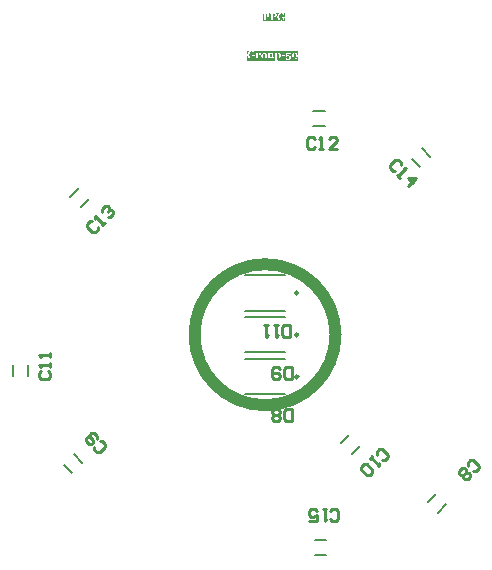
<source format=gto>
G04*
G04 #@! TF.GenerationSoftware,Altium Limited,Altium Designer,23.1.1 (15)*
G04*
G04 Layer_Color=65535*
%FSLAX44Y44*%
%MOMM*%
G71*
G04*
G04 #@! TF.SameCoordinates,B2BF10F3-798A-46CE-9BF2-DF2D7B13E792*
G04*
G04*
G04 #@! TF.FilePolarity,Positive*
G04*
G01*
G75*
%ADD10C,1.0000*%
%ADD11C,0.2500*%
%ADD12C,0.2000*%
%ADD13C,0.2540*%
G36*
X822638Y1057955D02*
Y1055370D01*
X822628Y1055585D01*
X822608Y1055789D01*
X822579Y1055984D01*
X822530Y1056160D01*
X822482Y1056326D01*
X822423Y1056482D01*
X822365Y1056628D01*
X822306Y1056755D01*
X822238Y1056872D01*
X822179Y1056970D01*
X822121Y1057057D01*
X822072Y1057126D01*
X822023Y1057184D01*
X821994Y1057223D01*
X821974Y1057243D01*
X821965Y1057252D01*
X821838Y1057379D01*
X821701Y1057486D01*
X821555Y1057574D01*
X821409Y1057662D01*
X821253Y1057730D01*
X821106Y1057779D01*
X820960Y1057828D01*
X820824Y1057867D01*
X820687Y1057896D01*
X820560Y1057916D01*
X820453Y1057935D01*
X820355Y1057945D01*
X820277Y1057955D01*
X820170D01*
X819975Y1057945D01*
X819799Y1057925D01*
X819624Y1057896D01*
X819458Y1057867D01*
X819302Y1057818D01*
X819165Y1057769D01*
X819029Y1057711D01*
X818912Y1057662D01*
X818805Y1057604D01*
X818707Y1057545D01*
X818629Y1057496D01*
X818561Y1057457D01*
X818502Y1057418D01*
X818463Y1057389D01*
X818444Y1057370D01*
X818434Y1057360D01*
X818317Y1057243D01*
X818210Y1057126D01*
X818112Y1056999D01*
X818034Y1056872D01*
X817966Y1056745D01*
X817907Y1056618D01*
X817868Y1056501D01*
X817829Y1056384D01*
X817800Y1056277D01*
X817780Y1056180D01*
X817761Y1056082D01*
X817751Y1056014D01*
X817741Y1055946D01*
Y1055858D01*
X817751Y1055702D01*
X817761Y1055555D01*
X817780Y1055419D01*
X817810Y1055302D01*
X817829Y1055204D01*
X817849Y1055136D01*
X817859Y1055087D01*
X817868Y1055068D01*
X817927Y1054941D01*
X817985Y1054814D01*
X818054Y1054716D01*
X818112Y1054619D01*
X818161Y1054551D01*
X818210Y1054492D01*
X818239Y1054453D01*
X818249Y1054443D01*
X818336Y1054356D01*
X818434Y1054278D01*
X818531Y1054209D01*
X818619Y1054151D01*
X818688Y1054102D01*
X818756Y1054073D01*
X818795Y1054053D01*
X818805Y1054044D01*
X818931Y1053995D01*
X819048Y1053966D01*
X819165Y1053936D01*
X819263Y1053926D01*
X819361Y1053917D01*
X819429Y1053907D01*
X819653D01*
X819799Y1053926D01*
X819936Y1053936D01*
X820053Y1053956D01*
X820151Y1053975D01*
X820229Y1053985D01*
X820268Y1054005D01*
X820287D01*
X820424Y1054053D01*
X820551Y1054121D01*
X820677Y1054190D01*
X820785Y1054268D01*
X820882Y1054336D01*
X820950Y1054395D01*
X820999Y1054434D01*
X821019Y1054443D01*
X820989Y1054307D01*
X820970Y1054170D01*
X820931Y1054044D01*
X820902Y1053926D01*
X820872Y1053839D01*
X820853Y1053761D01*
X820843Y1053722D01*
X820833Y1053702D01*
X820785Y1053566D01*
X820726Y1053448D01*
X820667Y1053332D01*
X820619Y1053234D01*
X820560Y1053146D01*
X820521Y1053088D01*
X820492Y1053039D01*
X820482Y1053029D01*
X820394Y1052912D01*
X820307Y1052815D01*
X820209Y1052717D01*
X820121Y1052639D01*
X820043Y1052571D01*
X819975Y1052522D01*
X819936Y1052493D01*
X819917Y1052483D01*
X819780Y1052395D01*
X819634Y1052327D01*
X819487Y1052259D01*
X819351Y1052200D01*
X819234Y1052151D01*
X819136Y1052122D01*
X819097Y1052112D01*
X819068Y1052103D01*
X819058Y1052093D01*
X819048D01*
X818600Y1052015D01*
X818697Y1051586D01*
X819029Y1051644D01*
X819341Y1051712D01*
X819643Y1051790D01*
X819917Y1051878D01*
X820170Y1051985D01*
X820414Y1052083D01*
X820629Y1052190D01*
X820824Y1052298D01*
X820989Y1052395D01*
X821145Y1052493D01*
X821272Y1052590D01*
X821379Y1052668D01*
X821467Y1052727D01*
X821526Y1052785D01*
X821565Y1052815D01*
X821575Y1052824D01*
X821760Y1053019D01*
X821926Y1053214D01*
X822072Y1053429D01*
X822189Y1053634D01*
X822296Y1053848D01*
X822374Y1054063D01*
X822452Y1054268D01*
X822501Y1054463D01*
X822550Y1054648D01*
X822579Y1054824D01*
X822608Y1054980D01*
X822618Y1055107D01*
X822628Y1055224D01*
X822638Y1055302D01*
Y1051586D01*
Y1051293D01*
X806154D01*
Y1051615D01*
X806037Y1051625D01*
X805920Y1051644D01*
X805871Y1051654D01*
X805832D01*
X805803Y1051664D01*
X805793D01*
X805647Y1051693D01*
X805598Y1051712D01*
X805549Y1051722D01*
X805510Y1051732D01*
X805481Y1051742D01*
X805471Y1051751D01*
X805462D01*
X805384Y1051800D01*
X805325Y1051849D01*
X805286Y1051898D01*
X805276Y1051917D01*
X805247Y1052005D01*
X805228Y1052093D01*
X805218Y1052122D01*
Y1052151D01*
Y1052171D01*
Y1052181D01*
Y1053371D01*
X805247D01*
X805384Y1053292D01*
X805520Y1053234D01*
X805579Y1053205D01*
X805627Y1053185D01*
X805657Y1053175D01*
X805667D01*
X805774Y1053146D01*
X805881Y1053127D01*
X805998Y1053107D01*
X806105Y1053097D01*
X806193D01*
X806271Y1053088D01*
X806339D01*
X806505Y1053097D01*
X806671Y1053117D01*
X806827Y1053146D01*
X806973Y1053185D01*
X807110Y1053234D01*
X807227Y1053292D01*
X807344Y1053351D01*
X807451Y1053410D01*
X807549Y1053468D01*
X807627Y1053527D01*
X807705Y1053585D01*
X807764Y1053634D01*
X807812Y1053673D01*
X807841Y1053702D01*
X807861Y1053722D01*
X807871Y1053731D01*
X807978Y1053858D01*
X808076Y1053985D01*
X808154Y1054112D01*
X808222Y1054248D01*
X808290Y1054375D01*
X808339Y1054502D01*
X808407Y1054746D01*
X808437Y1054863D01*
X808456Y1054960D01*
X808466Y1055048D01*
X808475Y1055126D01*
X808485Y1055194D01*
Y1055282D01*
X808475Y1055468D01*
X808466Y1055653D01*
X808437Y1055819D01*
X808407Y1055975D01*
X808368Y1056121D01*
X808319Y1056258D01*
X808271Y1056384D01*
X808232Y1056501D01*
X808183Y1056599D01*
X808134Y1056687D01*
X808085Y1056765D01*
X808046Y1056823D01*
X808017Y1056872D01*
X807988Y1056911D01*
X807978Y1056931D01*
X807968Y1056940D01*
X807871Y1057048D01*
X807764Y1057145D01*
X807646Y1057233D01*
X807529Y1057311D01*
X807412Y1057370D01*
X807295Y1057418D01*
X807071Y1057496D01*
X806876Y1057545D01*
X806788Y1057555D01*
X806710Y1057565D01*
X806652Y1057574D01*
X806564D01*
X806437Y1057565D01*
X806310Y1057545D01*
X806193Y1057525D01*
X806086Y1057496D01*
X805998Y1057457D01*
X805930Y1057438D01*
X805891Y1057418D01*
X805871Y1057409D01*
X805744Y1057340D01*
X805627Y1057272D01*
X805520Y1057194D01*
X805432Y1057126D01*
X805354Y1057057D01*
X805296Y1057009D01*
X805257Y1056970D01*
X805247Y1056960D01*
X805218Y1056970D01*
Y1057448D01*
X805150Y1057506D01*
X803062Y1057399D01*
Y1057087D01*
X803160Y1057067D01*
X803248Y1057048D01*
X803316Y1057038D01*
X803326Y1057028D01*
X803335D01*
X803433Y1056999D01*
X803501Y1056970D01*
X803550Y1056950D01*
X803560Y1056940D01*
X803638Y1056882D01*
X803687Y1056823D01*
X803716Y1056775D01*
X803726Y1056765D01*
Y1056755D01*
X803764Y1056667D01*
X803784Y1056589D01*
X803803Y1056531D01*
Y1056511D01*
Y1056501D01*
Y1052122D01*
X803794Y1052025D01*
X803774Y1051937D01*
X803755Y1051888D01*
X803745Y1051878D01*
Y1051869D01*
X803696Y1051790D01*
X803638Y1051742D01*
X803579Y1051712D01*
X803569Y1051703D01*
X803560D01*
X803491Y1051683D01*
X803413Y1051664D01*
X803345Y1051654D01*
X803316D01*
X803209Y1051634D01*
X803130Y1051625D01*
X803072Y1051615D01*
X803053D01*
Y1051293D01*
X780102D01*
Y1053029D01*
Y1056180D01*
X780112Y1055897D01*
X780141Y1055643D01*
X780180Y1055409D01*
X780229Y1055204D01*
X780249Y1055116D01*
X780268Y1055038D01*
X780288Y1054980D01*
X780307Y1054921D01*
X780327Y1054873D01*
X780336Y1054843D01*
X780346Y1054824D01*
Y1054814D01*
X780453Y1054600D01*
X780561Y1054414D01*
X780678Y1054248D01*
X780785Y1054102D01*
X780883Y1053985D01*
X780970Y1053897D01*
X781019Y1053848D01*
X781039Y1053839D01*
Y1053829D01*
X781204Y1053692D01*
X781380Y1053566D01*
X781556Y1053458D01*
X781712Y1053380D01*
X781848Y1053312D01*
X781955Y1053263D01*
X781994Y1053244D01*
X782024Y1053234D01*
X782043Y1053224D01*
X782053D01*
X782268Y1053156D01*
X782492Y1053107D01*
X782697Y1053078D01*
X782892Y1053058D01*
X783048Y1053039D01*
X783116D01*
X783175Y1053029D01*
X783292D01*
X783555Y1053039D01*
X783828Y1053068D01*
X784091Y1053097D01*
X784326Y1053146D01*
X784433Y1053166D01*
X784530Y1053185D01*
X784618Y1053205D01*
X784687Y1053214D01*
X784755Y1053234D01*
X784794Y1053244D01*
X784823Y1053253D01*
X784833D01*
X785125Y1053341D01*
X785389Y1053429D01*
X785496Y1053468D01*
X785603Y1053507D01*
X785701Y1053546D01*
X785779Y1053585D01*
X785857Y1053614D01*
X785925Y1053644D01*
X785974Y1053673D01*
X786023Y1053692D01*
X786052Y1053712D01*
X786081Y1053731D01*
X786101Y1053741D01*
X786091Y1053868D01*
Y1053966D01*
Y1054005D01*
Y1054034D01*
Y1054044D01*
Y1054053D01*
Y1054170D01*
Y1054278D01*
Y1054326D01*
Y1054365D01*
Y1054395D01*
Y1054404D01*
Y1055116D01*
X786101Y1055214D01*
X786120Y1055302D01*
X786130Y1055360D01*
X786140Y1055370D01*
Y1055380D01*
X786169Y1055428D01*
X786198Y1055468D01*
X786276Y1055526D01*
X786345Y1055555D01*
X786364Y1055565D01*
X786374D01*
X786481Y1055604D01*
X786559Y1055624D01*
X786608Y1055633D01*
X786627D01*
X786715Y1055653D01*
X786793Y1055663D01*
X786852Y1055672D01*
X786871D01*
Y1056004D01*
X783701D01*
Y1055672D01*
X783809Y1055653D01*
X783906Y1055633D01*
X783955Y1055624D01*
X783994D01*
X784014Y1055614D01*
X784023D01*
X784160Y1055585D01*
X784257Y1055555D01*
X784296Y1055536D01*
X784326Y1055526D01*
X784335Y1055516D01*
X784345D01*
X784404Y1055487D01*
X784452Y1055458D01*
X784521Y1055399D01*
X784560Y1055350D01*
X784569Y1055341D01*
Y1055331D01*
X784608Y1055243D01*
X784618Y1055165D01*
X784628Y1055107D01*
Y1055087D01*
Y1055077D01*
Y1053839D01*
X784560Y1053790D01*
X784491Y1053731D01*
X784335Y1053653D01*
X784267Y1053624D01*
X784218Y1053595D01*
X784179Y1053585D01*
X784169Y1053575D01*
X784053Y1053536D01*
X783945Y1053517D01*
X783828Y1053497D01*
X783721Y1053478D01*
X783633D01*
X783565Y1053468D01*
X783496D01*
X783350Y1053478D01*
X783214Y1053497D01*
X783087Y1053536D01*
X782970Y1053585D01*
X782755Y1053702D01*
X782580Y1053848D01*
X782443Y1053985D01*
X782385Y1054044D01*
X782336Y1054102D01*
X782307Y1054151D01*
X782277Y1054190D01*
X782268Y1054209D01*
X782258Y1054219D01*
X782180Y1054365D01*
X782112Y1054531D01*
X782004Y1054873D01*
X781926Y1055214D01*
X781877Y1055555D01*
X781858Y1055711D01*
X781838Y1055858D01*
X781829Y1055984D01*
Y1056092D01*
X781819Y1056189D01*
Y1056258D01*
Y1056297D01*
Y1056316D01*
X781829Y1056550D01*
X781838Y1056765D01*
X781858Y1056970D01*
X781887Y1057165D01*
X781916Y1057340D01*
X781955Y1057506D01*
X781994Y1057652D01*
X782043Y1057789D01*
X782082Y1057906D01*
X782121Y1058013D01*
X782160Y1058101D01*
X782189Y1058169D01*
X782219Y1058228D01*
X782238Y1058277D01*
X782258Y1058296D01*
Y1058306D01*
X782346Y1058433D01*
X782443Y1058540D01*
X782541Y1058637D01*
X782648Y1058725D01*
X782755Y1058793D01*
X782862Y1058852D01*
X782960Y1058901D01*
X783067Y1058940D01*
X783253Y1058989D01*
X783331Y1059008D01*
X783399Y1059018D01*
X783457Y1059028D01*
X783536D01*
X783662Y1059018D01*
X783779Y1059008D01*
X784004Y1058950D01*
X784199Y1058872D01*
X784365Y1058784D01*
X784501Y1058696D01*
X784599Y1058618D01*
X784628Y1058589D01*
X784657Y1058559D01*
X784667Y1058550D01*
X784677Y1058540D01*
X784764Y1058442D01*
X784843Y1058335D01*
X784999Y1058101D01*
X785125Y1057857D01*
X785242Y1057613D01*
X785291Y1057506D01*
X785340Y1057399D01*
X785379Y1057301D01*
X785408Y1057223D01*
X785437Y1057155D01*
X785447Y1057106D01*
X785467Y1057067D01*
Y1057057D01*
X785847D01*
X785808Y1059281D01*
X785437D01*
X785164Y1059037D01*
X785047Y1059096D01*
X784930Y1059145D01*
X784813Y1059184D01*
X784696Y1059232D01*
X784589Y1059262D01*
X784511Y1059291D01*
X784452Y1059301D01*
X784443Y1059311D01*
X784433D01*
X784267Y1059359D01*
X784101Y1059389D01*
X783935Y1059418D01*
X783789Y1059427D01*
X783662Y1059437D01*
X783565Y1059447D01*
X822638D01*
Y1057955D01*
D02*
G37*
G36*
X783194Y1059437D02*
X782941Y1059408D01*
X782707Y1059369D01*
X782492Y1059330D01*
X782404Y1059301D01*
X782326Y1059281D01*
X782248Y1059262D01*
X782189Y1059242D01*
X782150Y1059223D01*
X782112Y1059213D01*
X782092Y1059203D01*
X782082D01*
X781858Y1059106D01*
X781653Y1058998D01*
X781468Y1058891D01*
X781321Y1058784D01*
X781195Y1058686D01*
X781097Y1058608D01*
X781039Y1058559D01*
X781029Y1058550D01*
X781019Y1058540D01*
X780863Y1058374D01*
X780726Y1058189D01*
X780610Y1058013D01*
X780512Y1057857D01*
X780434Y1057711D01*
X780385Y1057594D01*
X780366Y1057555D01*
X780346Y1057525D01*
X780336Y1057506D01*
Y1057496D01*
X780258Y1057262D01*
X780200Y1057038D01*
X780161Y1056814D01*
X780132Y1056609D01*
X780112Y1056433D01*
Y1056365D01*
X780102Y1056297D01*
Y1059447D01*
X783477D01*
X783194Y1059437D01*
D02*
G37*
G36*
X820248Y1057555D02*
X820316Y1057545D01*
X820443Y1057477D01*
X820551Y1057389D01*
X820648Y1057291D01*
X820716Y1057194D01*
X820775Y1057106D01*
X820804Y1057038D01*
X820814Y1057028D01*
Y1057018D01*
X820863Y1056911D01*
X820902Y1056794D01*
X820960Y1056540D01*
X821009Y1056277D01*
X821038Y1056023D01*
X821048Y1055906D01*
X821058Y1055799D01*
Y1055692D01*
X821067Y1055604D01*
Y1055536D01*
Y1055487D01*
Y1055448D01*
Y1055438D01*
Y1055380D01*
Y1055331D01*
X821058Y1055292D01*
Y1055273D01*
Y1055214D01*
Y1055165D01*
Y1055136D01*
Y1055126D01*
Y1055068D01*
Y1055029D01*
X821048Y1054999D01*
Y1054990D01*
Y1054931D01*
Y1054921D01*
Y1054912D01*
X820980Y1054824D01*
X820911Y1054746D01*
X820843Y1054678D01*
X820785Y1054629D01*
X820736Y1054600D01*
X820697Y1054570D01*
X820667Y1054560D01*
X820658Y1054551D01*
X820502Y1054492D01*
X820355Y1054463D01*
X820287D01*
X820238Y1054453D01*
X820199D01*
X820063Y1054473D01*
X819936Y1054512D01*
X819829Y1054580D01*
X819741Y1054658D01*
X819663Y1054726D01*
X819614Y1054794D01*
X819575Y1054834D01*
X819565Y1054853D01*
X819487Y1055019D01*
X819429Y1055194D01*
X819390Y1055380D01*
X819361Y1055555D01*
X819341Y1055711D01*
Y1055780D01*
X819331Y1055828D01*
Y1055877D01*
Y1055916D01*
Y1055936D01*
Y1055946D01*
X819341Y1056219D01*
X819370Y1056462D01*
X819409Y1056667D01*
X819448Y1056843D01*
X819487Y1056970D01*
X819526Y1057067D01*
X819556Y1057126D01*
X819565Y1057145D01*
X819614Y1057223D01*
X819663Y1057282D01*
X819760Y1057389D01*
X819868Y1057467D01*
X819965Y1057516D01*
X820043Y1057545D01*
X820121Y1057555D01*
X820160Y1057565D01*
X820180D01*
X820248Y1057555D01*
D02*
G37*
G36*
X806047Y1056911D02*
X806135Y1056901D01*
X806222Y1056872D01*
X806291Y1056852D01*
X806339Y1056823D01*
X806378Y1056794D01*
X806408Y1056784D01*
X806417Y1056775D01*
X806544Y1056657D01*
X806642Y1056540D01*
X806671Y1056492D01*
X806700Y1056453D01*
X806720Y1056423D01*
Y1056414D01*
X806798Y1056228D01*
X806827Y1056141D01*
X806856Y1056062D01*
X806876Y1055994D01*
X806886Y1055936D01*
X806895Y1055897D01*
Y1055887D01*
X806925Y1055672D01*
X806934Y1055565D01*
Y1055468D01*
X806944Y1055389D01*
Y1055331D01*
Y1055292D01*
Y1055273D01*
Y1055107D01*
X806934Y1054960D01*
X806925Y1054824D01*
X806905Y1054687D01*
X806886Y1054570D01*
X806856Y1054453D01*
X806837Y1054356D01*
X806817Y1054268D01*
X806788Y1054190D01*
X806769Y1054121D01*
X806739Y1054063D01*
X806720Y1054014D01*
X806710Y1053975D01*
X806691Y1053946D01*
X806681Y1053936D01*
Y1053926D01*
X806632Y1053848D01*
X806583Y1053780D01*
X806466Y1053663D01*
X806359Y1053585D01*
X806252Y1053536D01*
X806154Y1053497D01*
X806076Y1053488D01*
X806027Y1053478D01*
X806008D01*
X805891Y1053488D01*
X805793Y1053507D01*
X805754D01*
X805725Y1053517D01*
X805715Y1053527D01*
X805705D01*
X805608Y1053575D01*
X805530Y1053634D01*
X805481Y1053683D01*
X805471Y1053702D01*
X805462D01*
X805403Y1053770D01*
X805354Y1053839D01*
X805315Y1053897D01*
X805306Y1053907D01*
Y1053917D01*
X805267Y1054014D01*
X805237Y1054082D01*
X805218Y1054121D01*
Y1054141D01*
Y1056570D01*
X805315Y1056677D01*
X805403Y1056755D01*
X805442Y1056784D01*
X805471Y1056804D01*
X805491Y1056823D01*
X805501D01*
X805647Y1056882D01*
X805793Y1056911D01*
X805852Y1056921D01*
X805949D01*
X806047Y1056911D01*
D02*
G37*
G36*
X812194Y1088156D02*
X809024D01*
Y1087824D01*
X809131Y1087805D01*
X809229Y1087785D01*
X809277Y1087775D01*
X809316D01*
X809336Y1087766D01*
X809346D01*
X809482Y1087737D01*
X809580Y1087707D01*
X809619Y1087688D01*
X809648Y1087678D01*
X809658Y1087668D01*
X809668D01*
X809726Y1087639D01*
X809775Y1087610D01*
X809843Y1087551D01*
X809882Y1087502D01*
X809892Y1087493D01*
Y1087483D01*
X809931Y1087395D01*
X809941Y1087317D01*
X809950Y1087259D01*
Y1087239D01*
Y1087229D01*
Y1085991D01*
X809882Y1085942D01*
X809814Y1085883D01*
X809658Y1085805D01*
X809589Y1085776D01*
X809541Y1085747D01*
X809502Y1085737D01*
X809492Y1085727D01*
X809375Y1085688D01*
X809268Y1085669D01*
X809150Y1085649D01*
X809043Y1085630D01*
X808956D01*
X808887Y1085620D01*
X808819D01*
X808673Y1085630D01*
X808536Y1085649D01*
X808409Y1085688D01*
X808292Y1085737D01*
X808078Y1085854D01*
X807902Y1086000D01*
X807766Y1086137D01*
X807707Y1086195D01*
X807658Y1086254D01*
X807629Y1086303D01*
X807600Y1086342D01*
X807590Y1086361D01*
X807580Y1086371D01*
X807502Y1086517D01*
X807434Y1086683D01*
X807327Y1087025D01*
X807249Y1087366D01*
X807200Y1087707D01*
X807180Y1087863D01*
X807161Y1088010D01*
X807151Y1088136D01*
Y1088244D01*
X807141Y1088341D01*
Y1088410D01*
Y1088448D01*
Y1088468D01*
X807151Y1088702D01*
X807161Y1088917D01*
X807180Y1089121D01*
X807210Y1089317D01*
X807239Y1089492D01*
X807278Y1089658D01*
X807317Y1089804D01*
X807366Y1089941D01*
X807405Y1090058D01*
X807444Y1090165D01*
X807483Y1090253D01*
X807512Y1090321D01*
X807541Y1090380D01*
X807561Y1090428D01*
X807580Y1090448D01*
Y1090458D01*
X807668Y1090585D01*
X807766Y1090692D01*
X807863Y1090789D01*
X807970Y1090877D01*
X808078Y1090945D01*
X808185Y1091004D01*
X808282Y1091053D01*
X808390Y1091092D01*
X808575Y1091141D01*
X808653Y1091160D01*
X808721Y1091170D01*
X808780Y1091180D01*
X808858D01*
X808985Y1091170D01*
X809102Y1091160D01*
X809326Y1091102D01*
X809521Y1091023D01*
X809687Y1090936D01*
X809824Y1090848D01*
X809921Y1090770D01*
X809950Y1090741D01*
X809980Y1090711D01*
X809989Y1090702D01*
X809999Y1090692D01*
X810087Y1090594D01*
X810165Y1090487D01*
X810321Y1090253D01*
X810448Y1090009D01*
X810565Y1089765D01*
X810614Y1089658D01*
X810662Y1089551D01*
X810701Y1089453D01*
X810731Y1089375D01*
X810760Y1089307D01*
X810770Y1089258D01*
X810789Y1089219D01*
Y1089209D01*
X811170D01*
X811131Y1091433D01*
X810760D01*
X810487Y1091189D01*
X810370Y1091248D01*
X810253Y1091297D01*
X810136Y1091336D01*
X810019Y1091384D01*
X809911Y1091414D01*
X809833Y1091443D01*
X809775Y1091453D01*
X809765Y1091462D01*
X809755D01*
X809589Y1091511D01*
X809424Y1091540D01*
X809258Y1091570D01*
X809111Y1091579D01*
X808985Y1091589D01*
X808887Y1091599D01*
X812194D01*
Y1088156D01*
D02*
G37*
G36*
X796100Y1091033D02*
X796208Y1091014D01*
X796315Y1090994D01*
X796481Y1090936D01*
X796617Y1090877D01*
X796715Y1090809D01*
X796793Y1090760D01*
X796832Y1090721D01*
X796842Y1090702D01*
X796939Y1090565D01*
X797007Y1090399D01*
X797056Y1090233D01*
X797085Y1090068D01*
X797115Y1089921D01*
Y1089853D01*
X797124Y1089804D01*
Y1089755D01*
Y1089716D01*
Y1089697D01*
Y1089687D01*
X797105Y1089453D01*
X797066Y1089248D01*
X797007Y1089073D01*
X796939Y1088936D01*
X796871Y1088829D01*
X796812Y1088751D01*
X796773Y1088712D01*
X796754Y1088692D01*
X796598Y1088585D01*
X796432Y1088507D01*
X796256Y1088448D01*
X796081Y1088410D01*
X795925Y1088390D01*
X795856Y1088380D01*
X795798D01*
X795749Y1088371D01*
X795505D01*
Y1091043D01*
X795983D01*
X796100Y1091033D01*
D02*
G37*
G36*
X793174Y1091082D02*
X793272Y1091062D01*
X793311Y1091053D01*
X793350D01*
X793369Y1091043D01*
X793379D01*
X793515Y1091014D01*
X793613Y1090984D01*
X793652Y1090975D01*
X793681Y1090965D01*
X793691Y1090955D01*
X793701D01*
X793759Y1090926D01*
X793808Y1090897D01*
X793847Y1090867D01*
X793876Y1090838D01*
X793915Y1090789D01*
X793925Y1090780D01*
Y1090770D01*
X793964Y1090682D01*
X793974Y1090594D01*
X793984Y1090565D01*
Y1090536D01*
Y1090516D01*
Y1090507D01*
Y1086215D01*
X793974Y1086088D01*
X793954Y1086000D01*
X793935Y1085952D01*
X793925Y1085932D01*
X793896Y1085893D01*
X793867Y1085864D01*
X793789Y1085815D01*
X793730Y1085776D01*
X793711Y1085766D01*
X793701D01*
X793662Y1085757D01*
X793623Y1085747D01*
X793525Y1085727D01*
X793476Y1085717D01*
X793447D01*
X793418Y1085708D01*
X793408D01*
X793272Y1085698D01*
X793174Y1085688D01*
X793135Y1085678D01*
X793086D01*
Y1091102D01*
X793174Y1091082D01*
D02*
G37*
G36*
X812194Y1085181D02*
X808614D01*
X808877Y1085191D01*
X809150Y1085220D01*
X809414Y1085249D01*
X809648Y1085298D01*
X809755Y1085318D01*
X809853Y1085337D01*
X809941Y1085357D01*
X810009Y1085366D01*
X810077Y1085386D01*
X810116Y1085396D01*
X810145Y1085405D01*
X810155D01*
X810448Y1085493D01*
X810711Y1085581D01*
X810818Y1085620D01*
X810926Y1085659D01*
X811023Y1085698D01*
X811101Y1085737D01*
X811179Y1085766D01*
X811248Y1085796D01*
X811296Y1085825D01*
X811345Y1085844D01*
X811374Y1085864D01*
X811404Y1085883D01*
X811423Y1085893D01*
X811413Y1086020D01*
Y1086117D01*
Y1086156D01*
Y1086186D01*
Y1086195D01*
Y1086205D01*
Y1086322D01*
Y1086430D01*
Y1086478D01*
Y1086517D01*
Y1086547D01*
Y1086556D01*
Y1087268D01*
X811423Y1087366D01*
X811443Y1087454D01*
X811452Y1087512D01*
X811462Y1087522D01*
Y1087532D01*
X811491Y1087580D01*
X811521Y1087619D01*
X811599Y1087678D01*
X811667Y1087707D01*
X811686Y1087717D01*
X811696D01*
X811804Y1087756D01*
X811881Y1087775D01*
X811930Y1087785D01*
X811950D01*
X812038Y1087805D01*
X812116Y1087814D01*
X812174Y1087824D01*
X812194D01*
Y1085181D01*
D02*
G37*
G36*
X808516Y1091589D02*
X808263Y1091560D01*
X808029Y1091521D01*
X807814Y1091482D01*
X807727Y1091453D01*
X807648Y1091433D01*
X807570Y1091414D01*
X807512Y1091394D01*
X807473Y1091375D01*
X807434Y1091365D01*
X807414Y1091355D01*
X807405D01*
X807180Y1091258D01*
X806975Y1091150D01*
X806790Y1091043D01*
X806644Y1090936D01*
X806517Y1090838D01*
X806420Y1090760D01*
X806361Y1090711D01*
X806351Y1090702D01*
X806341Y1090692D01*
X806185Y1090526D01*
X806049Y1090341D01*
X805932Y1090165D01*
X805834Y1090009D01*
X805756Y1089863D01*
X805707Y1089746D01*
X805688Y1089707D01*
X805668Y1089678D01*
X805659Y1089658D01*
Y1089648D01*
X805581Y1089414D01*
X805522Y1089190D01*
X805483Y1088966D01*
X805454Y1088761D01*
X805434Y1088585D01*
Y1088517D01*
X805425Y1088448D01*
Y1088332D01*
X805434Y1088049D01*
X805464Y1087795D01*
X805503Y1087561D01*
X805551Y1087356D01*
X805571Y1087268D01*
X805591Y1087190D01*
X805610Y1087132D01*
X805630Y1087073D01*
X805649Y1087025D01*
X805659Y1086995D01*
X805668Y1086976D01*
Y1086966D01*
X805776Y1086751D01*
X805883Y1086566D01*
X806000Y1086400D01*
X806107Y1086254D01*
X806205Y1086137D01*
X806293Y1086049D01*
X806341Y1086000D01*
X806361Y1085991D01*
Y1085981D01*
X806527Y1085844D01*
X806702Y1085717D01*
X806878Y1085610D01*
X807034Y1085532D01*
X807170Y1085464D01*
X807278Y1085415D01*
X807317Y1085396D01*
X807346Y1085386D01*
X807366Y1085376D01*
X807375D01*
X807590Y1085308D01*
X807814Y1085259D01*
X808019Y1085230D01*
X808214Y1085210D01*
X808370Y1085191D01*
X808438D01*
X808497Y1085181D01*
X793086D01*
Y1085347D01*
X796403D01*
Y1085678D01*
X796295Y1085688D01*
X796178Y1085708D01*
X796130Y1085717D01*
X796100D01*
X796071Y1085727D01*
X796061D01*
X795993Y1085737D01*
X795934Y1085757D01*
X795886Y1085766D01*
X795856Y1085776D01*
X795808Y1085796D01*
X795788D01*
X795730Y1085825D01*
X795681Y1085854D01*
X795612Y1085913D01*
X795574Y1085961D01*
X795564Y1085981D01*
X795535Y1086069D01*
X795515Y1086166D01*
X795505Y1086195D01*
Y1086225D01*
Y1086244D01*
Y1086254D01*
Y1087971D01*
X796227D01*
X796432Y1087990D01*
X796627Y1088000D01*
X796793Y1088019D01*
X796929Y1088039D01*
X797027Y1088049D01*
X797066Y1088058D01*
X797095Y1088068D01*
X797115D01*
X797300Y1088117D01*
X797466Y1088166D01*
X797612Y1088224D01*
X797749Y1088283D01*
X797856Y1088341D01*
X797934Y1088380D01*
X797983Y1088410D01*
X798002Y1088419D01*
X798139Y1088517D01*
X798246Y1088614D01*
X798353Y1088712D01*
X798431Y1088809D01*
X798500Y1088897D01*
X798548Y1088966D01*
X798578Y1089005D01*
X798587Y1089024D01*
X798656Y1089170D01*
X798714Y1089317D01*
X798753Y1089473D01*
X798773Y1089609D01*
X798792Y1089726D01*
X798802Y1089824D01*
Y1089912D01*
X798792Y1090048D01*
X798773Y1090185D01*
X798743Y1090302D01*
X798714Y1090419D01*
X798617Y1090614D01*
X798509Y1090770D01*
X798402Y1090897D01*
X798305Y1090984D01*
X798275Y1091014D01*
X798246Y1091033D01*
X798226Y1091053D01*
X798217D01*
X798100Y1091121D01*
X797973Y1091180D01*
X797690Y1091277D01*
X797397Y1091345D01*
X797115Y1091384D01*
X796978Y1091404D01*
X796851Y1091414D01*
X796734Y1091423D01*
X796637D01*
X796559Y1091433D01*
X793086D01*
Y1091599D01*
X808799D01*
X808516Y1091589D01*
D02*
G37*
%LPC*%
G36*
X790597Y1057555D02*
X790529D01*
X790392Y1057545D01*
X790266Y1057525D01*
X790148Y1057486D01*
X790051Y1057457D01*
X789963Y1057418D01*
X789895Y1057379D01*
X789856Y1057360D01*
X789836Y1057350D01*
X789719Y1057272D01*
X789602Y1057184D01*
X789495Y1057096D01*
X789398Y1057009D01*
X789319Y1056931D01*
X789261Y1056872D01*
X789222Y1056833D01*
X789212Y1056814D01*
X789202D01*
Y1057438D01*
X789134Y1057506D01*
X787086Y1057399D01*
Y1057087D01*
X787183Y1057067D01*
X787261Y1057048D01*
X787320Y1057038D01*
X787330Y1057028D01*
X787339D01*
X787418Y1057009D01*
X787486Y1056979D01*
X787525Y1056960D01*
X787534Y1056950D01*
X787603Y1056882D01*
X787661Y1056823D01*
X787700Y1056765D01*
X787710Y1056755D01*
Y1056745D01*
X787759Y1056657D01*
X787778Y1056570D01*
X787788Y1056531D01*
Y1056501D01*
Y1056482D01*
Y1056472D01*
Y1053975D01*
X787778Y1053868D01*
X787759Y1053780D01*
X787739Y1053731D01*
X787730Y1053712D01*
X787681Y1053644D01*
X787622Y1053605D01*
X787564Y1053575D01*
X787554Y1053566D01*
X787544D01*
X787486Y1053546D01*
X787427Y1053527D01*
X787378Y1053517D01*
X787359D01*
X787281Y1053507D01*
X787144D01*
Y1053195D01*
X790022D01*
Y1053507D01*
X789983D01*
X789934Y1053517D01*
X789827Y1053527D01*
X789788D01*
X789749Y1053536D01*
X789710D01*
X789632Y1053556D01*
X789573Y1053566D01*
X789524Y1053575D01*
X789475Y1053595D01*
X789446Y1053605D01*
X789427D01*
X789407Y1053614D01*
X789329Y1053663D01*
X789280Y1053712D01*
X789251Y1053751D01*
X789241Y1053770D01*
X789222Y1053848D01*
X789212Y1053936D01*
X789202Y1053995D01*
Y1054014D01*
Y1054024D01*
Y1056384D01*
X789329Y1056531D01*
X789388Y1056589D01*
X789446Y1056638D01*
X789495Y1056677D01*
X789534Y1056706D01*
X789563Y1056716D01*
X789573Y1056726D01*
X789651Y1056765D01*
X789729Y1056804D01*
X789807Y1056823D01*
X789866Y1056843D01*
X789914Y1056852D01*
X789963Y1056862D01*
X789992D01*
X789983Y1056804D01*
X789963Y1056755D01*
X789953Y1056716D01*
Y1056696D01*
X789944Y1056628D01*
X789934Y1056560D01*
Y1056501D01*
Y1056482D01*
Y1056472D01*
X789944Y1056365D01*
X789963Y1056267D01*
X790002Y1056189D01*
X790041Y1056121D01*
X790080Y1056072D01*
X790119Y1056033D01*
X790139Y1056014D01*
X790148Y1056004D01*
X790236Y1055955D01*
X790324Y1055916D01*
X790412Y1055887D01*
X790490Y1055867D01*
X790568Y1055858D01*
X790626Y1055848D01*
X790675D01*
X790792Y1055858D01*
X790900Y1055887D01*
X790987Y1055926D01*
X791065Y1055975D01*
X791134Y1056014D01*
X791173Y1056053D01*
X791202Y1056082D01*
X791212Y1056092D01*
X791280Y1056189D01*
X791329Y1056287D01*
X791368Y1056384D01*
X791387Y1056472D01*
X791407Y1056550D01*
X791416Y1056609D01*
Y1056667D01*
X791407Y1056804D01*
X791377Y1056931D01*
X791338Y1057038D01*
X791299Y1057135D01*
X791251Y1057204D01*
X791212Y1057262D01*
X791182Y1057291D01*
X791173Y1057301D01*
X791075Y1057389D01*
X790968Y1057448D01*
X790861Y1057496D01*
X790763Y1057525D01*
X790665Y1057545D01*
X790597Y1057555D01*
D02*
G37*
G36*
X811753Y1056014D02*
X809148D01*
Y1055068D01*
X811753D01*
Y1056014D01*
D02*
G37*
G36*
X802126Y1057506D02*
X800048Y1057399D01*
Y1057087D01*
X800156Y1057077D01*
X800244Y1057067D01*
X800283D01*
X800312Y1057057D01*
X800331D01*
X800429Y1057038D01*
X800497Y1057018D01*
X800546Y1056999D01*
X800556Y1056989D01*
X800624Y1056931D01*
X800682Y1056862D01*
X800712Y1056814D01*
X800721Y1056804D01*
Y1056794D01*
X800760Y1056706D01*
X800770Y1056618D01*
X800780Y1056560D01*
Y1056540D01*
Y1056531D01*
Y1054209D01*
X800731Y1054141D01*
X800673Y1054082D01*
X800556Y1053966D01*
X800507Y1053926D01*
X800458Y1053897D01*
X800429Y1053878D01*
X800419Y1053868D01*
X800322Y1053819D01*
X800234Y1053780D01*
X800136Y1053751D01*
X800058Y1053731D01*
X799980Y1053722D01*
X799922Y1053712D01*
X799873D01*
X799765Y1053722D01*
X799668Y1053741D01*
X799590Y1053780D01*
X799522Y1053819D01*
X799473Y1053848D01*
X799434Y1053887D01*
X799414Y1053907D01*
X799405Y1053917D01*
X799346Y1054005D01*
X799307Y1054112D01*
X799278Y1054219D01*
X799258Y1054326D01*
X799249Y1054424D01*
X799239Y1054502D01*
Y1054551D01*
Y1054570D01*
Y1057438D01*
X799190Y1057506D01*
X797122Y1057399D01*
Y1057087D01*
X797210Y1057077D01*
X797288Y1057067D01*
X797347Y1057057D01*
X797356Y1057048D01*
X797366D01*
X797464Y1057018D01*
X797532Y1056989D01*
X797571Y1056960D01*
X797590Y1056950D01*
X797659Y1056892D01*
X797708Y1056833D01*
X797747Y1056784D01*
X797756Y1056775D01*
Y1056765D01*
X797795Y1056677D01*
X797815Y1056589D01*
X797825Y1056550D01*
Y1056521D01*
Y1056501D01*
Y1056492D01*
Y1054551D01*
X797844Y1054297D01*
X797883Y1054082D01*
X797932Y1053887D01*
X798000Y1053731D01*
X798059Y1053614D01*
X798117Y1053517D01*
X798156Y1053468D01*
X798166Y1053448D01*
X798303Y1053322D01*
X798468Y1053224D01*
X798634Y1053156D01*
X798790Y1053107D01*
X798936Y1053078D01*
X799053Y1053068D01*
X799102Y1053058D01*
X799288D01*
X799405Y1053068D01*
X799502Y1053078D01*
X799580Y1053088D01*
X799649Y1053097D01*
X799688Y1053107D01*
X799717Y1053117D01*
X799726D01*
X799873Y1053166D01*
X800009Y1053224D01*
X800068Y1053244D01*
X800107Y1053263D01*
X800136Y1053283D01*
X800146D01*
X800273Y1053361D01*
X800380Y1053429D01*
X800419Y1053458D01*
X800448Y1053488D01*
X800458Y1053497D01*
X800468Y1053507D01*
X800575Y1053605D01*
X800673Y1053683D01*
X800702Y1053722D01*
X800731Y1053751D01*
X800751Y1053761D01*
X800760Y1053770D01*
X800790D01*
Y1053214D01*
X800848Y1053156D01*
X802896Y1053283D01*
Y1053595D01*
X802799D01*
X802711Y1053605D01*
X802653Y1053614D01*
X802633D01*
X802545Y1053634D01*
X802487Y1053653D01*
X802438Y1053673D01*
X802428Y1053683D01*
X802350Y1053741D01*
X802301Y1053800D01*
X802262Y1053839D01*
X802253Y1053858D01*
X802223Y1053946D01*
X802204Y1054034D01*
X802194Y1054063D01*
Y1054092D01*
Y1054112D01*
Y1054121D01*
Y1057438D01*
X802126Y1057506D01*
D02*
G37*
G36*
X794352Y1057574D02*
X794255D01*
X794040Y1057565D01*
X793845Y1057545D01*
X793670Y1057525D01*
X793513Y1057496D01*
X793387Y1057457D01*
X793289Y1057438D01*
X793260Y1057428D01*
X793231Y1057418D01*
X793221Y1057409D01*
X793211D01*
X793045Y1057340D01*
X792889Y1057262D01*
X792753Y1057184D01*
X792645Y1057116D01*
X792548Y1057048D01*
X792480Y1056989D01*
X792441Y1056950D01*
X792421Y1056940D01*
X792304Y1056823D01*
X792206Y1056696D01*
X792119Y1056579D01*
X792050Y1056472D01*
X791992Y1056375D01*
X791953Y1056297D01*
X791933Y1056248D01*
X791924Y1056228D01*
X791875Y1056072D01*
X791836Y1055916D01*
X791807Y1055760D01*
X791787Y1055624D01*
X791777Y1055497D01*
X791768Y1055399D01*
Y1055312D01*
X791777Y1055116D01*
X791797Y1054941D01*
X791826Y1054785D01*
X791865Y1054639D01*
X791894Y1054521D01*
X791924Y1054443D01*
X791943Y1054385D01*
X791953Y1054375D01*
Y1054365D01*
X792031Y1054219D01*
X792109Y1054073D01*
X792197Y1053956D01*
X792284Y1053848D01*
X792353Y1053770D01*
X792411Y1053702D01*
X792460Y1053663D01*
X792470Y1053653D01*
X792606Y1053546D01*
X792733Y1053458D01*
X792870Y1053380D01*
X792987Y1053312D01*
X793094Y1053263D01*
X793172Y1053234D01*
X793231Y1053214D01*
X793250Y1053205D01*
X793416Y1053156D01*
X793582Y1053117D01*
X793748Y1053097D01*
X793894Y1053078D01*
X794030Y1053068D01*
X794128Y1053058D01*
X794216D01*
X794440Y1053068D01*
X794635Y1053088D01*
X794820Y1053107D01*
X794977Y1053146D01*
X795113Y1053175D01*
X795211Y1053195D01*
X795240Y1053205D01*
X795269Y1053214D01*
X795279Y1053224D01*
X795289D01*
X795454Y1053292D01*
X795611Y1053380D01*
X795747Y1053458D01*
X795874Y1053536D01*
X795962Y1053614D01*
X796040Y1053673D01*
X796079Y1053712D01*
X796098Y1053722D01*
X796215Y1053839D01*
X796313Y1053956D01*
X796391Y1054073D01*
X796459Y1054190D01*
X796518Y1054287D01*
X796557Y1054365D01*
X796576Y1054414D01*
X796586Y1054434D01*
X796644Y1054600D01*
X796683Y1054755D01*
X796713Y1054912D01*
X796732Y1055048D01*
X796742Y1055165D01*
X796752Y1055263D01*
Y1055341D01*
X796742Y1055516D01*
X796722Y1055682D01*
X796693Y1055828D01*
X796664Y1055965D01*
X796635Y1056072D01*
X796605Y1056160D01*
X796586Y1056209D01*
X796576Y1056228D01*
X796508Y1056384D01*
X796430Y1056521D01*
X796352Y1056638D01*
X796274Y1056745D01*
X796206Y1056823D01*
X796147Y1056892D01*
X796108Y1056931D01*
X796098Y1056940D01*
X795971Y1057048D01*
X795835Y1057145D01*
X795698Y1057223D01*
X795581Y1057291D01*
X795474Y1057340D01*
X795386Y1057379D01*
X795328Y1057399D01*
X795318Y1057409D01*
X795308D01*
X795133Y1057467D01*
X794947Y1057506D01*
X794772Y1057535D01*
X794606Y1057555D01*
X794469Y1057565D01*
X794352Y1057574D01*
D02*
G37*
G36*
X816815Y1057818D02*
X813196D01*
X812777Y1054658D01*
X813099Y1054551D01*
X813177Y1054639D01*
X813264Y1054726D01*
X813352Y1054794D01*
X813421Y1054853D01*
X813489Y1054902D01*
X813538Y1054941D01*
X813577Y1054960D01*
X813586Y1054970D01*
X813694Y1055029D01*
X813811Y1055068D01*
X813918Y1055097D01*
X814025Y1055116D01*
X814123Y1055126D01*
X814191Y1055136D01*
X814259D01*
X814445Y1055116D01*
X814601Y1055077D01*
X814747Y1055009D01*
X814864Y1054941D01*
X814962Y1054873D01*
X815030Y1054804D01*
X815079Y1054765D01*
X815088Y1054746D01*
X815196Y1054590D01*
X815284Y1054424D01*
X815342Y1054258D01*
X815381Y1054102D01*
X815401Y1053966D01*
X815420Y1053848D01*
Y1053809D01*
Y1053780D01*
Y1053761D01*
Y1053751D01*
Y1053595D01*
X815401Y1053458D01*
X815391Y1053332D01*
X815371Y1053224D01*
X815352Y1053136D01*
X815332Y1053068D01*
X815322Y1053029D01*
X815313Y1053010D01*
X815274Y1052893D01*
X815225Y1052785D01*
X815176Y1052688D01*
X815127Y1052600D01*
X815088Y1052532D01*
X815049Y1052483D01*
X815030Y1052454D01*
X815020Y1052444D01*
X814952Y1052366D01*
X814884Y1052307D01*
X814825Y1052249D01*
X814757Y1052200D01*
X814708Y1052171D01*
X814659Y1052142D01*
X814630Y1052132D01*
X814620Y1052122D01*
X814532Y1052083D01*
X814445Y1052054D01*
X814367Y1052034D01*
X814298Y1052025D01*
X814230Y1052015D01*
X814181Y1052005D01*
X814055D01*
X813967Y1052015D01*
X813908Y1052025D01*
X813879D01*
X813782Y1052044D01*
X813713Y1052064D01*
X813664Y1052073D01*
X813645Y1052083D01*
X813664Y1052142D01*
X813684Y1052200D01*
X813723Y1052327D01*
X813742Y1052385D01*
X813752Y1052434D01*
X813762Y1052463D01*
Y1052473D01*
X813811Y1052658D01*
X813820Y1052737D01*
X813830Y1052805D01*
X813840Y1052863D01*
Y1052902D01*
Y1052932D01*
Y1052941D01*
X813830Y1053049D01*
X813801Y1053146D01*
X813772Y1053224D01*
X813733Y1053302D01*
X813684Y1053351D01*
X813655Y1053400D01*
X813625Y1053419D01*
X813616Y1053429D01*
X813528Y1053488D01*
X813440Y1053536D01*
X813352Y1053566D01*
X813264Y1053595D01*
X813186Y1053605D01*
X813128Y1053614D01*
X813069D01*
X812952Y1053605D01*
X812845Y1053585D01*
X812757Y1053546D01*
X812679Y1053507D01*
X812621Y1053468D01*
X812582Y1053429D01*
X812552Y1053410D01*
X812543Y1053400D01*
X812484Y1053322D01*
X812436Y1053234D01*
X812406Y1053146D01*
X812377Y1053068D01*
X812367Y1053000D01*
X812357Y1052941D01*
Y1052893D01*
X812367Y1052795D01*
X812387Y1052707D01*
X812416Y1052619D01*
X812445Y1052532D01*
X812543Y1052385D01*
X812650Y1052249D01*
X812757Y1052142D01*
X812855Y1052064D01*
X812884Y1052034D01*
X812913Y1052015D01*
X812933Y1051995D01*
X812943D01*
X813177Y1051869D01*
X813421Y1051771D01*
X813664Y1051712D01*
X813898Y1051664D01*
X813996Y1051644D01*
X814094Y1051634D01*
X814181Y1051625D01*
X814259D01*
X814318Y1051615D01*
X814406D01*
X814611Y1051625D01*
X814815Y1051644D01*
X815001Y1051673D01*
X815176Y1051712D01*
X815342Y1051751D01*
X815498Y1051810D01*
X815644Y1051859D01*
X815771Y1051917D01*
X815888Y1051976D01*
X815986Y1052025D01*
X816074Y1052083D01*
X816142Y1052122D01*
X816200Y1052161D01*
X816249Y1052190D01*
X816269Y1052210D01*
X816278Y1052220D01*
X816405Y1052337D01*
X816522Y1052454D01*
X816620Y1052580D01*
X816698Y1052707D01*
X816776Y1052834D01*
X816834Y1052971D01*
X816883Y1053088D01*
X816922Y1053205D01*
X816951Y1053322D01*
X816971Y1053419D01*
X816990Y1053517D01*
X817000Y1053595D01*
X817010Y1053663D01*
Y1053751D01*
X817000Y1053946D01*
X816971Y1054121D01*
X816942Y1054268D01*
X816903Y1054404D01*
X816854Y1054502D01*
X816825Y1054580D01*
X816795Y1054629D01*
X816786Y1054648D01*
X816698Y1054785D01*
X816610Y1054892D01*
X816522Y1054999D01*
X816434Y1055077D01*
X816366Y1055146D01*
X816308Y1055194D01*
X816259Y1055224D01*
X816249Y1055233D01*
X816122Y1055312D01*
X815986Y1055380D01*
X815869Y1055428D01*
X815761Y1055477D01*
X815664Y1055507D01*
X815596Y1055526D01*
X815547Y1055546D01*
X815527D01*
X815254Y1055594D01*
X815127Y1055614D01*
X815010Y1055624D01*
X814913Y1055633D01*
X814776D01*
X814601Y1055624D01*
X814435Y1055614D01*
X814289Y1055594D01*
X814162Y1055565D01*
X814055Y1055536D01*
X813986Y1055516D01*
X813938Y1055507D01*
X813918Y1055497D01*
X813791Y1055448D01*
X813674Y1055399D01*
X813567Y1055350D01*
X813489Y1055312D01*
X813421Y1055273D01*
X813362Y1055243D01*
X813333Y1055233D01*
X813323Y1055224D01*
X813508Y1056638D01*
X816815D01*
Y1057818D01*
D02*
G37*
%LPD*%
G36*
X794352Y1057213D02*
X794450Y1057204D01*
X794528Y1057174D01*
X794586Y1057145D01*
X794645Y1057116D01*
X794684Y1057096D01*
X794703Y1057077D01*
X794713Y1057067D01*
X794781Y1057009D01*
X794840Y1056931D01*
X794928Y1056794D01*
X794967Y1056736D01*
X794986Y1056687D01*
X795006Y1056648D01*
Y1056638D01*
X795035Y1056550D01*
X795064Y1056443D01*
X795084Y1056345D01*
X795103Y1056248D01*
X795113Y1056160D01*
X795123Y1056092D01*
X795133Y1056043D01*
Y1056023D01*
X795152Y1055887D01*
X795162Y1055760D01*
X795172Y1055643D01*
Y1055546D01*
X795181Y1055468D01*
Y1055399D01*
Y1055360D01*
Y1055350D01*
Y1055185D01*
X795172Y1055029D01*
X795162Y1054892D01*
Y1054775D01*
X795152Y1054687D01*
X795142Y1054609D01*
X795133Y1054570D01*
Y1054551D01*
X795113Y1054424D01*
X795094Y1054317D01*
X795064Y1054219D01*
X795045Y1054131D01*
X795025Y1054063D01*
X795015Y1054005D01*
X794996Y1053975D01*
Y1053966D01*
X794957Y1053868D01*
X794908Y1053790D01*
X794859Y1053712D01*
X794811Y1053653D01*
X794772Y1053605D01*
X794733Y1053575D01*
X794713Y1053556D01*
X794703Y1053546D01*
X794635Y1053497D01*
X794557Y1053468D01*
X794411Y1053429D01*
X794352Y1053419D01*
X794304Y1053410D01*
X794255D01*
X794157Y1053419D01*
X794060Y1053429D01*
X793982Y1053458D01*
X793913Y1053488D01*
X793865Y1053507D01*
X793816Y1053536D01*
X793796Y1053546D01*
X793787Y1053556D01*
X793728Y1053614D01*
X793670Y1053692D01*
X793582Y1053829D01*
X793552Y1053887D01*
X793533Y1053936D01*
X793513Y1053966D01*
Y1053975D01*
X793445Y1054200D01*
X793416Y1054307D01*
X793396Y1054404D01*
X793387Y1054482D01*
X793377Y1054541D01*
X793367Y1054580D01*
Y1054590D01*
X793357Y1054716D01*
X793348Y1054843D01*
Y1054970D01*
X793338Y1055097D01*
Y1055194D01*
Y1055282D01*
Y1055341D01*
Y1055350D01*
Y1055360D01*
Y1055497D01*
X793348Y1055624D01*
Y1055731D01*
X793357Y1055838D01*
Y1055926D01*
X793367Y1055984D01*
Y1056033D01*
Y1056043D01*
X793387Y1056160D01*
X793406Y1056277D01*
X793426Y1056375D01*
X793445Y1056453D01*
X793465Y1056521D01*
X793484Y1056579D01*
X793494Y1056609D01*
Y1056618D01*
X793533Y1056716D01*
X793582Y1056794D01*
X793621Y1056872D01*
X793670Y1056931D01*
X793708Y1056979D01*
X793738Y1057018D01*
X793757Y1057038D01*
X793767Y1057048D01*
X793845Y1057106D01*
X793923Y1057145D01*
X794001Y1057184D01*
X794079Y1057204D01*
X794147Y1057213D01*
X794206Y1057223D01*
X794255D01*
X794352Y1057213D01*
D02*
G37*
%LPC*%
G36*
X802723Y1091433D02*
X799251D01*
Y1091102D01*
X799338Y1091082D01*
X799436Y1091062D01*
X799475Y1091053D01*
X799514D01*
X799533Y1091043D01*
X799543D01*
X799680Y1091014D01*
X799777Y1090984D01*
X799816Y1090975D01*
X799846Y1090965D01*
X799855Y1090955D01*
X799865D01*
X799924Y1090926D01*
X799972Y1090897D01*
X800011Y1090867D01*
X800041Y1090838D01*
X800080Y1090789D01*
X800089Y1090780D01*
Y1090770D01*
X800128Y1090682D01*
X800138Y1090594D01*
X800148Y1090565D01*
Y1090536D01*
Y1090516D01*
Y1090507D01*
Y1086215D01*
X800138Y1086088D01*
X800119Y1086000D01*
X800099Y1085952D01*
X800089Y1085932D01*
X800060Y1085893D01*
X800031Y1085864D01*
X799953Y1085815D01*
X799894Y1085776D01*
X799875Y1085766D01*
X799865D01*
X799826Y1085757D01*
X799787Y1085747D01*
X799689Y1085727D01*
X799641Y1085717D01*
X799612D01*
X799582Y1085708D01*
X799573D01*
X799436Y1085698D01*
X799338Y1085688D01*
X799299Y1085678D01*
X799251D01*
Y1085347D01*
X802567D01*
Y1085678D01*
X802460Y1085688D01*
X802343Y1085708D01*
X802294Y1085717D01*
X802264D01*
X802235Y1085727D01*
X802225D01*
X802157Y1085737D01*
X802099Y1085757D01*
X802050Y1085766D01*
X802021Y1085776D01*
X801972Y1085796D01*
X801952D01*
X801894Y1085825D01*
X801845Y1085854D01*
X801777Y1085913D01*
X801738Y1085961D01*
X801728Y1085981D01*
X801699Y1086069D01*
X801679Y1086166D01*
X801669Y1086195D01*
Y1086225D01*
Y1086244D01*
Y1086254D01*
Y1087971D01*
X802391D01*
X802596Y1087990D01*
X802791Y1088000D01*
X802957Y1088019D01*
X803093Y1088039D01*
X803191Y1088049D01*
X803230Y1088058D01*
X803259Y1088068D01*
X803279D01*
X803464Y1088117D01*
X803630Y1088166D01*
X803776Y1088224D01*
X803913Y1088283D01*
X804020Y1088341D01*
X804098Y1088380D01*
X804147Y1088410D01*
X804166Y1088419D01*
X804303Y1088517D01*
X804410Y1088614D01*
X804518Y1088712D01*
X804596Y1088809D01*
X804664Y1088897D01*
X804713Y1088966D01*
X804742Y1089005D01*
X804752Y1089024D01*
X804820Y1089170D01*
X804878Y1089317D01*
X804918Y1089473D01*
X804937Y1089609D01*
X804957Y1089726D01*
X804966Y1089824D01*
Y1089912D01*
X804957Y1090048D01*
X804937Y1090185D01*
X804908Y1090302D01*
X804878Y1090419D01*
X804781Y1090614D01*
X804674Y1090770D01*
X804566Y1090897D01*
X804469Y1090984D01*
X804439Y1091014D01*
X804410Y1091033D01*
X804391Y1091053D01*
X804381D01*
X804264Y1091121D01*
X804137Y1091180D01*
X803854Y1091277D01*
X803562Y1091345D01*
X803279Y1091384D01*
X803142Y1091404D01*
X803016Y1091414D01*
X802898Y1091423D01*
X802801D01*
X802723Y1091433D01*
D02*
G37*
%LPD*%
G36*
X802264Y1091033D02*
X802372Y1091014D01*
X802479Y1090994D01*
X802645Y1090936D01*
X802781Y1090877D01*
X802879Y1090809D01*
X802957Y1090760D01*
X802996Y1090721D01*
X803006Y1090702D01*
X803103Y1090565D01*
X803172Y1090399D01*
X803220Y1090233D01*
X803250Y1090068D01*
X803279Y1089921D01*
Y1089853D01*
X803289Y1089804D01*
Y1089755D01*
Y1089716D01*
Y1089697D01*
Y1089687D01*
X803269Y1089453D01*
X803230Y1089248D01*
X803172Y1089073D01*
X803103Y1088936D01*
X803035Y1088829D01*
X802977Y1088751D01*
X802937Y1088712D01*
X802918Y1088692D01*
X802762Y1088585D01*
X802596Y1088507D01*
X802421Y1088448D01*
X802245Y1088410D01*
X802089Y1088390D01*
X802021Y1088380D01*
X801962D01*
X801913Y1088371D01*
X801669D01*
Y1091043D01*
X802147D01*
X802264Y1091033D01*
D02*
G37*
D10*
X854724Y819150D02*
G03*
X854724Y819150I-59703J0D01*
G01*
D11*
X823060Y819110D02*
G03*
X823060Y819110I-1250J0D01*
G01*
Y854613D02*
G03*
X823060Y854613I-1250J0D01*
G01*
Y783608D02*
G03*
X823060Y783608I-1250J0D01*
G01*
D12*
X859375Y727206D02*
X866446Y734277D01*
X868355Y718225D02*
X875426Y725296D01*
X835930Y995680D02*
X845930D01*
X835930Y1008380D02*
X845930D01*
X837010Y645160D02*
X847010D01*
X837010Y632460D02*
X847010D01*
X919074Y968055D02*
X926145Y960984D01*
X928055Y977036D02*
X935126Y969965D01*
X639198Y927023D02*
X646269Y934094D01*
X630218Y936003D02*
X637289Y943074D01*
X581561Y783859D02*
Y793859D01*
X594261Y783859D02*
Y793859D01*
X633415Y717956D02*
X640486Y710885D01*
X624434Y708975D02*
X631505Y701904D01*
X932598Y677419D02*
X939669Y684490D01*
X941579Y668439D02*
X948650Y675510D01*
X777810Y804110D02*
X811810D01*
X777810Y834110D02*
X811810D01*
X777810Y839613D02*
X811810D01*
X777810Y869613D02*
X811810D01*
X777810Y768608D02*
X811810D01*
X777810Y798608D02*
X811810D01*
D13*
X894210Y712967D02*
X896566D01*
X898922Y715323D01*
Y717680D01*
X894210Y722392D01*
X891853D01*
X889497Y720036D01*
Y717680D01*
X885963Y716501D02*
X883606Y714145D01*
X884785Y715323D01*
X891853Y708255D01*
Y710611D01*
X885963Y704720D02*
Y702364D01*
X883606Y700008D01*
X881250Y700008D01*
X876538Y704720D01*
X876538Y707076D01*
X878894Y709433D01*
X881250D01*
X885963Y704720D01*
X837449Y985042D02*
X835782Y986708D01*
X832450D01*
X830784Y985042D01*
Y978378D01*
X832450Y976712D01*
X835782D01*
X837449Y978378D01*
X840781Y976712D02*
X844113D01*
X842447D01*
Y986708D01*
X840781Y985042D01*
X855776Y976712D02*
X849111D01*
X855776Y983376D01*
Y985042D01*
X854110Y986708D01*
X850778D01*
X849111Y985042D01*
X910093Y962790D02*
Y965146D01*
X907737Y967502D01*
X905380D01*
X900668Y962790D01*
Y960433D01*
X903024Y958077D01*
X905380D01*
X906558Y954543D02*
X908915Y952187D01*
X907737Y953365D01*
X914805Y960433D01*
X912449D01*
X915984Y945118D02*
X923052Y952187D01*
X915984D01*
X920696Y947474D01*
X648840Y915173D02*
X646484D01*
X644128Y912816D01*
Y910460D01*
X648840Y905748D01*
X651197D01*
X653553Y908104D01*
Y910460D01*
X657087Y911638D02*
X659444Y913995D01*
X658265Y912816D01*
X651197Y919885D01*
Y917529D01*
X657087Y923420D02*
Y925776D01*
X659444Y928132D01*
X661800Y928132D01*
X662978Y926954D01*
Y924598D01*
X661800Y923420D01*
X662978Y924598D01*
X665334Y924598D01*
X666512Y923420D01*
X666512Y921064D01*
X664156Y918707D01*
X661800D01*
X850381Y663418D02*
X852048Y661752D01*
X855380D01*
X857046Y663418D01*
Y670082D01*
X855380Y671748D01*
X852048D01*
X850381Y670082D01*
X847049Y671748D02*
X843717D01*
X845383D01*
Y661752D01*
X847049Y663418D01*
X832054Y661752D02*
X838718D01*
Y666750D01*
X835386Y665084D01*
X833720D01*
X832054Y666750D01*
Y670082D01*
X833720Y671748D01*
X837052D01*
X838718Y670082D01*
X604998Y788315D02*
X603332Y786648D01*
Y783316D01*
X604998Y781650D01*
X611662D01*
X613328Y783316D01*
Y786648D01*
X611662Y788315D01*
X613328Y791647D02*
Y794979D01*
Y793313D01*
X603332D01*
X604998Y791647D01*
X613328Y799978D02*
Y803310D01*
Y801644D01*
X603332D01*
X604998Y799978D01*
X650332Y724176D02*
Y721819D01*
X652688Y719463D01*
X655044D01*
X659757Y724176D01*
Y726532D01*
X657401Y728888D01*
X655044D01*
X652688Y731244D02*
Y733601D01*
X650332Y735957D01*
X647976D01*
X643263Y731244D01*
X643263Y728888D01*
X645619Y726532D01*
X647976D01*
X649154Y727710D01*
X649154Y730066D01*
X645619Y733601D01*
X971274Y703672D02*
X973631D01*
X975987Y706028D01*
Y708384D01*
X971274Y713097D01*
X968918D01*
X966562Y710741D01*
Y708384D01*
X968918Y701316D02*
Y698959D01*
X966562Y696603D01*
X964206Y696603D01*
X963027Y697781D01*
Y700137D01*
X960671Y700137D01*
X959493Y701316D01*
Y703672D01*
X961849Y706028D01*
X964206D01*
X965384Y704850D01*
Y702494D01*
X967740Y702494D01*
X968918Y701316D01*
X965384Y702494D02*
X963027Y700137D01*
X816186Y817232D02*
Y827229D01*
X811188D01*
X809521Y825562D01*
Y818898D01*
X811188Y817232D01*
X816186D01*
X806189Y827229D02*
X802857D01*
X804523D01*
Y817232D01*
X806189Y818898D01*
X797859Y827229D02*
X794526D01*
X796192D01*
Y817232D01*
X797859Y818898D01*
X817496Y781729D02*
Y791726D01*
X812497D01*
X810831Y790060D01*
Y783395D01*
X812497Y781729D01*
X817496D01*
X807499Y790060D02*
X805833Y791726D01*
X802500D01*
X800834Y790060D01*
Y783395D01*
X802500Y781729D01*
X805833D01*
X807499Y783395D01*
Y785061D01*
X805833Y786728D01*
X800834D01*
X817496Y746227D02*
Y756224D01*
X812497D01*
X810831Y754557D01*
Y747893D01*
X812497Y746227D01*
X817496D01*
X807499Y747893D02*
X805833Y746227D01*
X802500D01*
X800834Y747893D01*
Y749559D01*
X802500Y751225D01*
X800834Y752891D01*
Y754557D01*
X802500Y756224D01*
X805833D01*
X807499Y754557D01*
Y752891D01*
X805833Y751225D01*
X807499Y749559D01*
Y747893D01*
X805833Y751225D02*
X802500D01*
M02*

</source>
